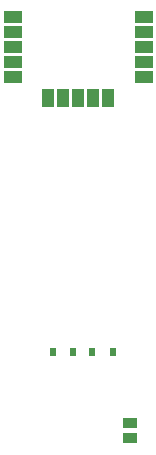
<source format=gbp>
G04 #@! TF.GenerationSoftware,KiCad,Pcbnew,5.1.4-e60b266~84~ubuntu18.04.1*
G04 #@! TF.CreationDate,2019-11-18T18:01:23+02:00*
G04 #@! TF.ProjectId,livolo_1_channel_1way_eu_switch,6c69766f-6c6f-45f3-915f-6368616e6e65,rev?*
G04 #@! TF.SameCoordinates,Original*
G04 #@! TF.FileFunction,Paste,Bot*
G04 #@! TF.FilePolarity,Positive*
%FSLAX46Y46*%
G04 Gerber Fmt 4.6, Leading zero omitted, Abs format (unit mm)*
G04 Created by KiCad (PCBNEW 5.1.4-e60b266~84~ubuntu18.04.1) date 2019-11-18 18:01:23*
%MOMM*%
%LPD*%
G04 APERTURE LIST*
%ADD10R,1.500000X1.000000*%
%ADD11R,1.000000X1.500000*%
%ADD12R,0.600000X0.800000*%
%ADD13R,1.270000X0.970000*%
G04 APERTURE END LIST*
D10*
X136640000Y-73650000D03*
X136640000Y-74920000D03*
X136640000Y-76190000D03*
X136640000Y-77460000D03*
X136640000Y-78730000D03*
D11*
X144740000Y-80550000D03*
X143470000Y-80550000D03*
X142200000Y-80550000D03*
X140930000Y-80550000D03*
X139660000Y-80550000D03*
D10*
X147740000Y-74920000D03*
X147740000Y-77460000D03*
X147740000Y-76190000D03*
X147740000Y-78730000D03*
X147740000Y-73650000D03*
D12*
X143400000Y-102050000D03*
X145100000Y-102050000D03*
X140050000Y-102050000D03*
X141750000Y-102050000D03*
D13*
X146600000Y-109340000D03*
X146600000Y-108060000D03*
M02*

</source>
